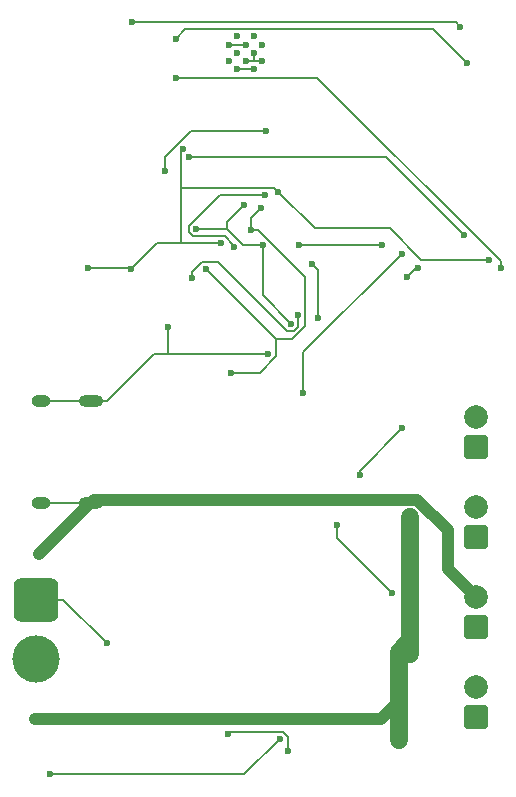
<source format=gbr>
%TF.GenerationSoftware,KiCad,Pcbnew,9.0.6*%
%TF.CreationDate,2025-12-29T20:27:24-08:00*%
%TF.ProjectId,Sigma1,5369676d-6131-42e6-9b69-6361645f7063,rev?*%
%TF.SameCoordinates,Original*%
%TF.FileFunction,Copper,L2,Bot*%
%TF.FilePolarity,Positive*%
%FSLAX46Y46*%
G04 Gerber Fmt 4.6, Leading zero omitted, Abs format (unit mm)*
G04 Created by KiCad (PCBNEW 9.0.6) date 2025-12-29 20:27:24*
%MOMM*%
%LPD*%
G01*
G04 APERTURE LIST*
G04 Aperture macros list*
%AMRoundRect*
0 Rectangle with rounded corners*
0 $1 Rounding radius*
0 $2 $3 $4 $5 $6 $7 $8 $9 X,Y pos of 4 corners*
0 Add a 4 corners polygon primitive as box body*
4,1,4,$2,$3,$4,$5,$6,$7,$8,$9,$2,$3,0*
0 Add four circle primitives for the rounded corners*
1,1,$1+$1,$2,$3*
1,1,$1+$1,$4,$5*
1,1,$1+$1,$6,$7*
1,1,$1+$1,$8,$9*
0 Add four rect primitives between the rounded corners*
20,1,$1+$1,$2,$3,$4,$5,0*
20,1,$1+$1,$4,$5,$6,$7,0*
20,1,$1+$1,$6,$7,$8,$9,0*
20,1,$1+$1,$8,$9,$2,$3,0*%
G04 Aperture macros list end*
%TA.AperFunction,ComponentPad*%
%ADD10RoundRect,0.250000X0.750000X-0.750000X0.750000X0.750000X-0.750000X0.750000X-0.750000X-0.750000X0*%
%TD*%
%TA.AperFunction,ComponentPad*%
%ADD11C,2.000000*%
%TD*%
%TA.AperFunction,HeatsinkPad*%
%ADD12C,0.600000*%
%TD*%
%TA.AperFunction,ComponentPad*%
%ADD13RoundRect,0.760000X-1.140000X1.140000X-1.140000X-1.140000X1.140000X-1.140000X1.140000X1.140000X0*%
%TD*%
%TA.AperFunction,ComponentPad*%
%ADD14C,4.000000*%
%TD*%
%TA.AperFunction,HeatsinkPad*%
%ADD15O,2.100000X1.000000*%
%TD*%
%TA.AperFunction,HeatsinkPad*%
%ADD16O,1.600000X1.000000*%
%TD*%
%TA.AperFunction,ViaPad*%
%ADD17C,0.600000*%
%TD*%
%TA.AperFunction,Conductor*%
%ADD18C,0.200000*%
%TD*%
%TA.AperFunction,Conductor*%
%ADD19C,1.000000*%
%TD*%
%TA.AperFunction,Conductor*%
%ADD20C,1.500000*%
%TD*%
G04 APERTURE END LIST*
D10*
%TO.P,J11,1,Pin_1*%
%TO.N,Net-(J11-Pin_1)*%
X53800000Y-54520000D03*
D11*
%TO.P,J11,2,Pin_2*%
%TO.N,GND*%
X53800000Y-51980000D03*
%TD*%
D10*
%TO.P,J9,1,Pin_1*%
%TO.N,Net-(J9-Pin_1)*%
X53800000Y-69800000D03*
D11*
%TO.P,J9,2,Pin_2*%
%TO.N,GND*%
X53800000Y-67260000D03*
%TD*%
D12*
%TO.P,U1,41,GND*%
%TO.N,GND*%
X32850000Y-20480000D03*
X32850000Y-21880000D03*
X33550000Y-19780000D03*
X33550000Y-21180000D03*
X33550000Y-22580000D03*
X34250000Y-20480000D03*
X34250000Y-21880000D03*
X34950000Y-19780000D03*
X34950000Y-21180000D03*
X34950000Y-22580000D03*
X35650000Y-20480000D03*
X35650000Y-21880000D03*
%TD*%
D13*
%TO.P,J1,1,Pin_1*%
%TO.N,GND*%
X16500000Y-67500000D03*
D14*
%TO.P,J1,2,Pin_2*%
%TO.N,NFVCC*%
X16500000Y-72500000D03*
%TD*%
D10*
%TO.P,J10,1,Pin_1*%
%TO.N,Net-(J10-Pin_1)*%
X53800000Y-62160000D03*
D11*
%TO.P,J10,2,Pin_2*%
%TO.N,GND*%
X53800000Y-59620000D03*
%TD*%
D15*
%TO.P,P1,S1,SHIELD*%
%TO.N,GND*%
X21130000Y-50680000D03*
D16*
X16950000Y-50680000D03*
D15*
X21130000Y-59320000D03*
D16*
X16950000Y-59320000D03*
%TD*%
D10*
%TO.P,J2,1,Pin_1*%
%TO.N,Net-(J2-Pin_1)*%
X53800000Y-77440000D03*
D11*
%TO.P,J2,2,Pin_2*%
%TO.N,GND*%
X53800000Y-74900000D03*
%TD*%
D17*
%TO.N,GND*%
X45786800Y-37433300D03*
X16800000Y-63600000D03*
X22483600Y-71174500D03*
X38748900Y-37420900D03*
X27700400Y-44424600D03*
X36190000Y-46684000D03*
%TO.N,VCC*%
X24557300Y-39494700D03*
X36979600Y-32929000D03*
X32185900Y-37320000D03*
X20950500Y-39414700D03*
X28989500Y-29289600D03*
X54860900Y-38711400D03*
%TO.N,NFVCC*%
X16400000Y-77600000D03*
X48200000Y-60459000D03*
X44362500Y-77710000D03*
X48255900Y-64952800D03*
X47200000Y-79400000D03*
X48200000Y-72100000D03*
%TO.N,SERVO1*%
X17668500Y-82280500D03*
X37175800Y-79261400D03*
%TO.N,SERVO2*%
X39857000Y-39033500D03*
X32723600Y-78838100D03*
X37838900Y-80301900D03*
X40404600Y-43670400D03*
%TO.N,GPIO4*%
X28330900Y-23327500D03*
X55847200Y-39414700D03*
%TO.N,GPIO3*%
X29474000Y-29963900D03*
X52717900Y-36571200D03*
%TO.N,Net-(Q1-G)*%
X47938800Y-40173800D03*
X48881600Y-39414700D03*
%TO.N,Net-(Q2-G)*%
X43926200Y-56941000D03*
X47529800Y-52951500D03*
%TO.N,Net-(Q3-G)*%
X42019900Y-61199600D03*
X46686800Y-66942100D03*
%TO.N,SPI_SCLK*%
X34743300Y-36184900D03*
X30900400Y-39481900D03*
X33037600Y-48295000D03*
X35574700Y-34297000D03*
%TO.N,SPI_MISO*%
X27390700Y-31194600D03*
X36000100Y-27829500D03*
X29704500Y-40254500D03*
X38704700Y-43374900D03*
%TO.N,SCL*%
X28330900Y-19974400D03*
X53011900Y-22034400D03*
%TO.N,IMU_CS*%
X35872900Y-33223700D03*
X33301800Y-37607300D03*
%TO.N,SPI_MOSI*%
X30045700Y-36123400D03*
X38095700Y-44118900D03*
X35687300Y-37446100D03*
X34101700Y-34055200D03*
%TO.N,FLASH_CS*%
X47476400Y-38210700D03*
X39153600Y-50006300D03*
%TO.N,SDA*%
X52405200Y-18966900D03*
X24658900Y-18608300D03*
%TD*%
D18*
%TO.N,GND*%
X21130000Y-50680000D02*
X22481700Y-50680000D01*
D19*
X48801000Y-59008000D02*
X51400000Y-61607000D01*
D18*
X20658500Y-59333600D02*
X18065300Y-59333600D01*
X18809100Y-67500000D02*
X16500000Y-67500000D01*
X34950000Y-22580000D02*
X33550000Y-22580000D01*
X34950000Y-21880000D02*
X34250000Y-21880000D01*
X18065300Y-59333600D02*
X18051700Y-59320000D01*
X45786800Y-37433300D02*
X45774400Y-37420900D01*
X20658500Y-59741500D02*
X20658500Y-59333600D01*
X35650000Y-21880000D02*
X34950000Y-21880000D01*
X22483600Y-71174500D02*
X18809100Y-67500000D01*
X36190000Y-46684000D02*
X27700400Y-46684000D01*
X34950000Y-21880000D02*
X34950000Y-21180000D01*
X32850000Y-20480000D02*
X34250000Y-20480000D01*
X26477700Y-46684000D02*
X22481700Y-50680000D01*
X27700400Y-46684000D02*
X26477700Y-46684000D01*
D19*
X21392000Y-59008000D02*
X48801000Y-59008000D01*
X51400000Y-64860000D02*
X53800000Y-67260000D01*
D18*
X21130000Y-50680000D02*
X16950000Y-50680000D01*
X45774400Y-37420900D02*
X38748900Y-37420900D01*
X27700400Y-46684000D02*
X27700400Y-44424600D01*
D19*
X51400000Y-61607000D02*
X51400000Y-64860000D01*
X16800000Y-63600000D02*
X20658500Y-59741500D01*
D18*
X21116400Y-59333600D02*
X20658500Y-59333600D01*
D19*
X20658500Y-59741500D02*
X21392000Y-59008000D01*
D18*
X16950000Y-59320000D02*
X18051700Y-59320000D01*
X21130000Y-59320000D02*
X21116400Y-59333600D01*
%TO.N,VCC*%
X54860900Y-38711400D02*
X49117700Y-38711400D01*
X32184300Y-37318400D02*
X32185900Y-37320000D01*
X24477300Y-39414700D02*
X24557300Y-39494700D01*
X40097600Y-36047000D02*
X36979600Y-32929000D01*
X36657200Y-32606600D02*
X28824800Y-32606600D01*
X24557300Y-39494700D02*
X26733600Y-37318400D01*
X49117700Y-38711400D02*
X46453300Y-36047000D01*
X28824800Y-29454300D02*
X28824800Y-32606600D01*
X26733600Y-37318400D02*
X28824800Y-37318400D01*
X28824800Y-37318400D02*
X32184300Y-37318400D01*
X46453300Y-36047000D02*
X40097600Y-36047000D01*
X28824800Y-37318400D02*
X28824800Y-32606600D01*
X36979600Y-32929000D02*
X36657200Y-32606600D01*
X20950500Y-39414700D02*
X24477300Y-39414700D01*
X28989500Y-29289600D02*
X28824800Y-29454300D01*
D19*
%TO.N,NFVCC*%
X45700000Y-77600000D02*
X47200000Y-76100000D01*
D20*
X48200000Y-60459000D02*
X48200000Y-65679500D01*
D19*
X16400000Y-77600000D02*
X45700000Y-77600000D01*
D20*
X48200000Y-70900000D02*
X47200000Y-71900000D01*
X48200000Y-65679500D02*
X48200000Y-70900000D01*
D18*
X48200000Y-65679500D02*
X48255900Y-65623600D01*
D20*
X47200000Y-76100000D02*
X47200000Y-79400000D01*
X48200000Y-70900000D02*
X48200000Y-72100000D01*
D18*
X48255900Y-65623600D02*
X48255900Y-64952800D01*
D20*
X47200000Y-71900000D02*
X47200000Y-76100000D01*
D18*
%TO.N,SERVO1*%
X17668500Y-82280500D02*
X34156700Y-82280500D01*
X34156700Y-82280500D02*
X37175800Y-79261400D01*
%TO.N,SERVO2*%
X37421200Y-78651600D02*
X37838900Y-79069300D01*
X32723600Y-78838100D02*
X32910100Y-78651600D01*
X40404600Y-39581100D02*
X39857000Y-39033500D01*
X32910100Y-78651600D02*
X37421200Y-78651600D01*
X37838900Y-79069300D02*
X37838900Y-80301900D01*
X40404600Y-43670400D02*
X40404600Y-39581100D01*
%TO.N,GPIO4*%
X55847200Y-38840300D02*
X40334400Y-23327500D01*
X40334400Y-23327500D02*
X28330900Y-23327500D01*
X55847200Y-39414700D02*
X55847200Y-38840300D01*
%TO.N,GPIO3*%
X46110600Y-29963900D02*
X29474000Y-29963900D01*
X52717900Y-36571200D02*
X46110600Y-29963900D01*
%TO.N,Net-(Q1-G)*%
X48697900Y-39414700D02*
X48881600Y-39414700D01*
X47938800Y-40173800D02*
X48697900Y-39414700D01*
%TO.N,Net-(Q2-G)*%
X43926200Y-56555100D02*
X43926200Y-56941000D01*
X47529800Y-52951500D02*
X43926200Y-56555100D01*
%TO.N,Net-(Q3-G)*%
X42019900Y-62275200D02*
X42019900Y-61199600D01*
X46686800Y-66942100D02*
X42019900Y-62275200D01*
%TO.N,SPI_SCLK*%
X35294200Y-36184900D02*
X34743300Y-36184900D01*
X34743300Y-35128400D02*
X34743300Y-36184900D01*
X33037600Y-48295000D02*
X35429900Y-48295000D01*
X39307700Y-40198400D02*
X35294200Y-36184900D01*
X35429900Y-48295000D02*
X36838400Y-46886500D01*
X38213600Y-45419900D02*
X39307700Y-44325800D01*
X36838400Y-45419900D02*
X30900400Y-39481900D01*
X39307700Y-44325800D02*
X39307700Y-40198400D01*
X36838400Y-46886500D02*
X36838400Y-45419900D01*
X35574700Y-34297000D02*
X34743300Y-35128400D01*
X36838400Y-45419900D02*
X38213600Y-45419900D01*
%TO.N,SPI_MISO*%
X38344900Y-44720600D02*
X38697400Y-44368100D01*
X38697400Y-44368100D02*
X38697400Y-43382200D01*
X29704500Y-40254500D02*
X29704500Y-39741300D01*
X27390700Y-31194600D02*
X27390700Y-30029400D01*
X29590600Y-27829500D02*
X36000100Y-27829500D01*
X27390700Y-30029400D02*
X29590600Y-27829500D01*
X30568000Y-38877800D02*
X31942900Y-38877800D01*
X37785700Y-44720600D02*
X38344900Y-44720600D01*
X38697400Y-43382200D02*
X38704700Y-43374900D01*
X31942900Y-38877800D02*
X37785700Y-44720600D01*
X29704500Y-39741300D02*
X30568000Y-38877800D01*
%TO.N,SCL*%
X28330900Y-19974400D02*
X29130200Y-19175100D01*
X50152600Y-19175100D02*
X53011900Y-22034400D01*
X29130200Y-19175100D02*
X50152600Y-19175100D01*
%TO.N,IMU_CS*%
X31272500Y-36718200D02*
X31265500Y-36725200D01*
X32088300Y-33223700D02*
X35872900Y-33223700D01*
X29796200Y-36725200D02*
X29442700Y-36371700D01*
X31265500Y-36725200D02*
X29796200Y-36725200D01*
X29442700Y-35869300D02*
X32088300Y-33223700D01*
X33301800Y-37520700D02*
X32499300Y-36718200D01*
X33301800Y-37607300D02*
X33301800Y-37520700D01*
X29442700Y-36371700D02*
X29442700Y-35869300D01*
X32499300Y-36718200D02*
X31272500Y-36718200D01*
%TO.N,SPI_MOSI*%
X38095700Y-44118900D02*
X35687300Y-41710500D01*
X30045700Y-36123400D02*
X32670300Y-36123400D01*
X32670300Y-36123400D02*
X33993000Y-37446100D01*
X32670300Y-35486600D02*
X34101700Y-34055200D01*
X33993000Y-37446100D02*
X35687300Y-37446100D01*
X35687300Y-41710500D02*
X35687300Y-37446100D01*
X32670300Y-36123400D02*
X32670300Y-35486600D01*
%TO.N,FLASH_CS*%
X39153600Y-46533500D02*
X39153600Y-50006300D01*
X47476400Y-38210700D02*
X39153600Y-46533500D01*
%TO.N,SDA*%
X24658900Y-18608300D02*
X52046600Y-18608300D01*
X52046600Y-18608300D02*
X52405200Y-18966900D01*
%TD*%
M02*

</source>
